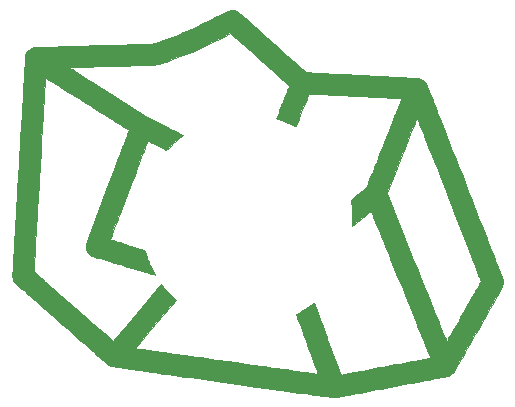
<source format=gbr>
G04 #@! TF.GenerationSoftware,KiCad,Pcbnew,5.1.5+dfsg1-2build2*
G04 #@! TF.CreationDate,2021-04-12T21:16:20-04:00*
G04 #@! TF.ProjectId,ore_tile,6f72655f-7469-46c6-952e-6b696361645f,rev?*
G04 #@! TF.SameCoordinates,Original*
G04 #@! TF.FileFunction,Legend,Top*
G04 #@! TF.FilePolarity,Positive*
%FSLAX46Y46*%
G04 Gerber Fmt 4.6, Leading zero omitted, Abs format (unit mm)*
G04 Created by KiCad (PCBNEW 5.1.5+dfsg1-2build2) date 2021-04-12 21:16:20*
%MOMM*%
%LPD*%
G04 APERTURE LIST*
%ADD10C,0.010000*%
G04 APERTURE END LIST*
D10*
G36*
X-1180840Y17812473D02*
G01*
X-1127374Y17807133D01*
X-1074208Y17799406D01*
X-1035516Y17793383D01*
X-999587Y17787012D01*
X-964667Y17778873D01*
X-929002Y17767544D01*
X-890840Y17751605D01*
X-848426Y17729633D01*
X-800007Y17700209D01*
X-743828Y17661911D01*
X-678137Y17613317D01*
X-601180Y17553008D01*
X-511203Y17479561D01*
X-406453Y17391556D01*
X-285175Y17287571D01*
X-145617Y17166186D01*
X13976Y17025979D01*
X195358Y16865530D01*
X400281Y16683417D01*
X630499Y16478218D01*
X887766Y16248514D01*
X1173837Y15992883D01*
X1356219Y15829877D01*
X1661541Y15557012D01*
X1964196Y15286557D01*
X2262431Y15020077D01*
X2554493Y14759137D01*
X2838628Y14505304D01*
X3113082Y14260144D01*
X3376102Y14025221D01*
X3625935Y13802103D01*
X3860827Y13592354D01*
X4079025Y13397541D01*
X4278774Y13219228D01*
X4458322Y13058983D01*
X4615915Y12918370D01*
X4749800Y12798956D01*
X4858222Y12702306D01*
X4939429Y12629986D01*
X4991666Y12583561D01*
X5005917Y12570952D01*
X5013411Y12566611D01*
X5027061Y12562268D01*
X5048493Y12557832D01*
X5079336Y12553209D01*
X5121217Y12548305D01*
X5175762Y12543027D01*
X5244601Y12537281D01*
X5329359Y12530976D01*
X5431664Y12524016D01*
X5553145Y12516309D01*
X5695427Y12507761D01*
X5860139Y12498280D01*
X6048908Y12487771D01*
X6263361Y12476142D01*
X6505126Y12463299D01*
X6775831Y12449149D01*
X7077101Y12433598D01*
X7410566Y12416553D01*
X7777852Y12397921D01*
X8180587Y12377608D01*
X8620398Y12355521D01*
X9098912Y12331568D01*
X9617758Y12305653D01*
X9726084Y12300248D01*
X10169956Y12278039D01*
X10603783Y12256208D01*
X11025576Y12234858D01*
X11433349Y12214095D01*
X11825114Y12194025D01*
X12198884Y12174751D01*
X12552670Y12156380D01*
X12884486Y12139016D01*
X13192344Y12122764D01*
X13474256Y12107729D01*
X13728235Y12094017D01*
X13952293Y12081732D01*
X14144444Y12070979D01*
X14302699Y12061863D01*
X14425071Y12054490D01*
X14509572Y12048964D01*
X14554215Y12045391D01*
X14558486Y12044878D01*
X14738866Y11999890D01*
X14905137Y11920706D01*
X15050215Y11811986D01*
X15167013Y11678393D01*
X15203402Y11620500D01*
X15215465Y11593104D01*
X15242245Y11527880D01*
X15283126Y11426410D01*
X15337488Y11290276D01*
X15404715Y11121062D01*
X15484186Y10920350D01*
X15575286Y10689722D01*
X15677395Y10430763D01*
X15789895Y10145053D01*
X15912168Y9834177D01*
X16043596Y9499717D01*
X16183561Y9143255D01*
X16331444Y8766374D01*
X16486628Y8370658D01*
X16648495Y7957688D01*
X16816425Y7529048D01*
X16989802Y7086320D01*
X17168007Y6631087D01*
X17350421Y6164932D01*
X17536428Y5689437D01*
X17725408Y5206185D01*
X17916743Y4716760D01*
X18109815Y4222743D01*
X18304007Y3725717D01*
X18498700Y3227266D01*
X18693275Y2728972D01*
X18887116Y2232417D01*
X19079603Y1739184D01*
X19270118Y1250857D01*
X19458043Y769018D01*
X19642761Y295249D01*
X19823653Y-168867D01*
X20000101Y-621746D01*
X20171486Y-1061807D01*
X20337191Y-1487466D01*
X20496598Y-1897141D01*
X20649088Y-2289249D01*
X20794043Y-2662207D01*
X20930845Y-3014432D01*
X21058876Y-3344342D01*
X21177518Y-3650355D01*
X21286153Y-3930886D01*
X21384162Y-4184355D01*
X21470927Y-4409176D01*
X21545831Y-4603770D01*
X21608254Y-4766551D01*
X21657580Y-4895938D01*
X21693189Y-4990348D01*
X21714464Y-5048198D01*
X21720754Y-5067116D01*
X21734435Y-5205738D01*
X21722978Y-5358818D01*
X21688284Y-5508243D01*
X21668837Y-5561687D01*
X21654161Y-5590428D01*
X21619738Y-5653740D01*
X21566813Y-5749431D01*
X21496630Y-5875311D01*
X21410436Y-6029188D01*
X21309476Y-6208871D01*
X21194994Y-6412169D01*
X21068236Y-6636891D01*
X20930447Y-6880845D01*
X20782871Y-7141840D01*
X20626755Y-7417686D01*
X20463343Y-7706191D01*
X20293881Y-8005163D01*
X20119613Y-8312413D01*
X19941785Y-8625747D01*
X19761642Y-8942976D01*
X19580429Y-9261909D01*
X19399391Y-9580353D01*
X19219773Y-9896118D01*
X19042821Y-10207013D01*
X18869779Y-10510846D01*
X18701893Y-10805427D01*
X18540408Y-11088563D01*
X18386570Y-11358065D01*
X18241622Y-11611741D01*
X18106810Y-11847399D01*
X17983381Y-12062849D01*
X17872577Y-12255899D01*
X17775646Y-12424358D01*
X17693831Y-12566036D01*
X17628378Y-12678740D01*
X17580533Y-12760279D01*
X17551540Y-12808464D01*
X17545150Y-12818425D01*
X17426022Y-12956203D01*
X17275860Y-13065663D01*
X17095669Y-13146152D01*
X16993863Y-13175514D01*
X16949519Y-13185152D01*
X16866671Y-13201976D01*
X16747603Y-13225555D01*
X16594598Y-13255458D01*
X16409938Y-13291256D01*
X16195907Y-13332518D01*
X15954788Y-13378813D01*
X15688863Y-13429712D01*
X15400415Y-13484784D01*
X15091729Y-13543598D01*
X14765086Y-13605724D01*
X14422769Y-13670732D01*
X14067063Y-13738191D01*
X13700249Y-13807672D01*
X13324611Y-13878742D01*
X12942431Y-13950974D01*
X12555994Y-14023934D01*
X12167581Y-14097195D01*
X11779475Y-14170324D01*
X11393961Y-14242892D01*
X11013321Y-14314469D01*
X10639837Y-14384623D01*
X10275793Y-14452925D01*
X9923472Y-14518944D01*
X9585157Y-14582250D01*
X9263131Y-14642412D01*
X8959677Y-14699001D01*
X8677077Y-14751585D01*
X8417616Y-14799734D01*
X8183576Y-14843018D01*
X7977239Y-14881007D01*
X7800890Y-14913270D01*
X7656810Y-14939377D01*
X7547284Y-14958897D01*
X7474593Y-14971400D01*
X7441022Y-14976456D01*
X7440084Y-14976526D01*
X7407208Y-14974538D01*
X7336083Y-14967020D01*
X7226503Y-14953946D01*
X7078259Y-14935286D01*
X6891146Y-14911012D01*
X6664957Y-14881096D01*
X6399484Y-14845510D01*
X6094523Y-14804224D01*
X5749865Y-14757212D01*
X5365304Y-14704444D01*
X4940633Y-14645892D01*
X4475645Y-14581528D01*
X3970135Y-14511324D01*
X3423895Y-14435250D01*
X2836718Y-14353280D01*
X2208398Y-14265384D01*
X1538728Y-14171534D01*
X827501Y-14071702D01*
X328084Y-14001517D01*
X-239086Y-13921779D01*
X-809154Y-13841639D01*
X-1379809Y-13761421D01*
X-1948741Y-13681450D01*
X-2513639Y-13602051D01*
X-3072195Y-13523548D01*
X-3622098Y-13446266D01*
X-4161036Y-13370529D01*
X-4686702Y-13296662D01*
X-5196783Y-13224990D01*
X-5688970Y-13155837D01*
X-6160953Y-13089528D01*
X-6610422Y-13026387D01*
X-7035066Y-12966739D01*
X-7432575Y-12910909D01*
X-7800639Y-12859221D01*
X-8136949Y-12811999D01*
X-8439193Y-12769569D01*
X-8705061Y-12732255D01*
X-8932244Y-12700381D01*
X-9011851Y-12689216D01*
X-9324710Y-12645199D01*
X-9627214Y-12602360D01*
X-9916559Y-12561112D01*
X-10189937Y-12521867D01*
X-10444544Y-12485037D01*
X-10677572Y-12451034D01*
X-10886216Y-12420269D01*
X-11067670Y-12393155D01*
X-11219128Y-12370104D01*
X-11337784Y-12351529D01*
X-11420832Y-12337840D01*
X-11465465Y-12329450D01*
X-11470344Y-12328213D01*
X-11543470Y-12299179D01*
X-11629474Y-12254609D01*
X-11697743Y-12212083D01*
X-11729077Y-12187466D01*
X-11790117Y-12136553D01*
X-11879189Y-12060816D01*
X-11994618Y-11961730D01*
X-12134730Y-11840766D01*
X-12297851Y-11699399D01*
X-12482305Y-11539102D01*
X-12686419Y-11361348D01*
X-12908517Y-11167610D01*
X-13146926Y-10959361D01*
X-13399970Y-10738075D01*
X-13665976Y-10505225D01*
X-13943268Y-10262284D01*
X-14230173Y-10010725D01*
X-14525015Y-9752023D01*
X-14826121Y-9487649D01*
X-15131816Y-9219077D01*
X-15440425Y-8947781D01*
X-15750273Y-8675233D01*
X-16059687Y-8402908D01*
X-16366992Y-8132277D01*
X-16670513Y-7864815D01*
X-16968576Y-7601995D01*
X-17259506Y-7345290D01*
X-17541629Y-7096172D01*
X-17813270Y-6856117D01*
X-18072754Y-6626596D01*
X-18318408Y-6409083D01*
X-18548557Y-6205051D01*
X-18761526Y-6015973D01*
X-18955641Y-5843323D01*
X-19129227Y-5688574D01*
X-19280610Y-5553200D01*
X-19408115Y-5438673D01*
X-19510068Y-5346466D01*
X-19584794Y-5278053D01*
X-19630619Y-5234908D01*
X-19645146Y-5219845D01*
X-19728581Y-5078108D01*
X-19785424Y-4914537D01*
X-19811021Y-4743500D01*
X-19812000Y-4704410D01*
X-19810761Y-4666519D01*
X-19807111Y-4588465D01*
X-19801147Y-4471901D01*
X-19792966Y-4318482D01*
X-19792414Y-4308364D01*
X-18017529Y-4308364D01*
X-17533639Y-4732550D01*
X-17465873Y-4791970D01*
X-17368252Y-4877589D01*
X-17242741Y-4987683D01*
X-17091304Y-5120530D01*
X-16915904Y-5274405D01*
X-16718508Y-5447586D01*
X-16501078Y-5638348D01*
X-16265579Y-5844969D01*
X-16013976Y-6065726D01*
X-15748233Y-6298893D01*
X-15470313Y-6542749D01*
X-15182182Y-6795570D01*
X-14885803Y-7055632D01*
X-14583142Y-7321212D01*
X-14276161Y-7590586D01*
X-14183524Y-7671876D01*
X-13883750Y-7934819D01*
X-13592374Y-8190180D01*
X-13310998Y-8436562D01*
X-13041228Y-8672568D01*
X-12784668Y-8896803D01*
X-12542920Y-9107869D01*
X-12317591Y-9304371D01*
X-12110284Y-9484912D01*
X-11922602Y-9648095D01*
X-11756151Y-9792524D01*
X-11612535Y-9916803D01*
X-11493356Y-10019536D01*
X-11400221Y-10099325D01*
X-11334732Y-10154775D01*
X-11298495Y-10184489D01*
X-11291496Y-10189383D01*
X-11275023Y-10173835D01*
X-11232645Y-10127819D01*
X-11165893Y-10053105D01*
X-11076299Y-9951463D01*
X-10965394Y-9824664D01*
X-10834712Y-9674478D01*
X-10685782Y-9502675D01*
X-10520138Y-9311024D01*
X-10339310Y-9101297D01*
X-10144831Y-8875263D01*
X-9938233Y-8634693D01*
X-9721047Y-8381357D01*
X-9494805Y-8117024D01*
X-9261038Y-7843466D01*
X-9225987Y-7802410D01*
X-7186280Y-5413070D01*
X-7119379Y-5495244D01*
X-6959613Y-5689880D01*
X-6819109Y-5857251D01*
X-6691895Y-6004083D01*
X-6571999Y-6137100D01*
X-6453448Y-6263029D01*
X-6330272Y-6388595D01*
X-6294267Y-6424479D01*
X-5973905Y-6742375D01*
X-7716869Y-8784563D01*
X-7976070Y-9088384D01*
X-8208943Y-9361631D01*
X-8416753Y-9605834D01*
X-8600767Y-9822520D01*
X-8762250Y-10013220D01*
X-8902469Y-10179463D01*
X-9022690Y-10322778D01*
X-9124179Y-10444694D01*
X-9208203Y-10546741D01*
X-9276026Y-10630447D01*
X-9328916Y-10697343D01*
X-9368138Y-10748958D01*
X-9394958Y-10786820D01*
X-9410644Y-10812460D01*
X-9416460Y-10827405D01*
X-9413672Y-10833187D01*
X-9413041Y-10833310D01*
X-9387477Y-10836888D01*
X-9322112Y-10846033D01*
X-9219072Y-10860447D01*
X-9080483Y-10879835D01*
X-8908469Y-10903898D01*
X-8705155Y-10932339D01*
X-8472666Y-10964861D01*
X-8213129Y-11001167D01*
X-7928667Y-11040959D01*
X-7621405Y-11083941D01*
X-7293470Y-11129814D01*
X-6946986Y-11178282D01*
X-6584078Y-11229046D01*
X-6206871Y-11281811D01*
X-5817490Y-11336279D01*
X-5588000Y-11368381D01*
X-5162999Y-11427835D01*
X-4731528Y-11488201D01*
X-4297088Y-11548990D01*
X-3863180Y-11609711D01*
X-3433305Y-11669873D01*
X-3010965Y-11728988D01*
X-2599662Y-11786564D01*
X-2202896Y-11842111D01*
X-1824170Y-11895140D01*
X-1466983Y-11945160D01*
X-1134839Y-11991680D01*
X-831237Y-12034211D01*
X-559680Y-12072262D01*
X-323669Y-12105344D01*
X-158750Y-12128470D01*
X107073Y-12165757D01*
X408760Y-12208075D01*
X740253Y-12254574D01*
X1095493Y-12304406D01*
X1468421Y-12356719D01*
X1852979Y-12410664D01*
X2243109Y-12465392D01*
X2632751Y-12520051D01*
X3015847Y-12573793D01*
X3386338Y-12625768D01*
X3738167Y-12675124D01*
X3765180Y-12678914D01*
X4070193Y-12721632D01*
X4363309Y-12762542D01*
X4641821Y-12801274D01*
X4903024Y-12837460D01*
X5144212Y-12870727D01*
X5362681Y-12900708D01*
X5555723Y-12927030D01*
X5720633Y-12949325D01*
X5854707Y-12967222D01*
X5955237Y-12980351D01*
X6019519Y-12988342D01*
X6044847Y-12990825D01*
X6045129Y-12990760D01*
X6038854Y-12970403D01*
X6018829Y-12912691D01*
X5985918Y-12820000D01*
X5940984Y-12694706D01*
X5884888Y-12539185D01*
X5818494Y-12355815D01*
X5742665Y-12146971D01*
X5658264Y-11915029D01*
X5566153Y-11662366D01*
X5467195Y-11391357D01*
X5362254Y-11104381D01*
X5252192Y-10803811D01*
X5137871Y-10492026D01*
X5132173Y-10476496D01*
X5017592Y-10164124D01*
X4907137Y-9862804D01*
X4801677Y-9574918D01*
X4702081Y-9302846D01*
X4609218Y-9048970D01*
X4523959Y-8815672D01*
X4447171Y-8605331D01*
X4379725Y-8420331D01*
X4322490Y-8263052D01*
X4276334Y-8135875D01*
X4242128Y-8041181D01*
X4220740Y-7981353D01*
X4213041Y-7958771D01*
X4213030Y-7958667D01*
X4230770Y-7945044D01*
X4278779Y-7915157D01*
X4350212Y-7873102D01*
X4438223Y-7822978D01*
X4460520Y-7810500D01*
X4830094Y-7590204D01*
X5204755Y-7339603D01*
X5465654Y-7148812D01*
X5557055Y-7080738D01*
X5636172Y-7024162D01*
X5697199Y-6983048D01*
X5734333Y-6961356D01*
X5742897Y-6959531D01*
X5750964Y-6980753D01*
X5772798Y-7039563D01*
X5807605Y-7133800D01*
X5854592Y-7261301D01*
X5912963Y-7419905D01*
X5981925Y-7607449D01*
X6060683Y-7821772D01*
X6148444Y-8060712D01*
X6244413Y-8322107D01*
X6347796Y-8603795D01*
X6457798Y-8903615D01*
X6573627Y-9219403D01*
X6694487Y-9548999D01*
X6819585Y-9890241D01*
X6868859Y-10024674D01*
X7986814Y-13074932D01*
X8062699Y-13058559D01*
X8091221Y-13052949D01*
X8159199Y-13039875D01*
X8264491Y-13019746D01*
X8404957Y-12992966D01*
X8578456Y-12959942D01*
X8782848Y-12921080D01*
X9015993Y-12876788D01*
X9275749Y-12827471D01*
X9559976Y-12773536D01*
X9866534Y-12715388D01*
X10193281Y-12653435D01*
X10538079Y-12588082D01*
X10898785Y-12519737D01*
X11273259Y-12448804D01*
X11659362Y-12375692D01*
X11853334Y-12338969D01*
X12243202Y-12265143D01*
X12621809Y-12193404D01*
X12987066Y-12124150D01*
X13336884Y-12057779D01*
X13669175Y-11994689D01*
X13981850Y-11935278D01*
X14272822Y-11879942D01*
X14540001Y-11829081D01*
X14781299Y-11783090D01*
X14994627Y-11742369D01*
X15177898Y-11707315D01*
X15329023Y-11678325D01*
X15445913Y-11655797D01*
X15526480Y-11640129D01*
X15568635Y-11631719D01*
X15574686Y-11630343D01*
X15567437Y-11610519D01*
X15544946Y-11553138D01*
X15507887Y-11459868D01*
X15456935Y-11332379D01*
X15392763Y-11172342D01*
X15316044Y-10981426D01*
X15227453Y-10761301D01*
X15127663Y-10513636D01*
X15017349Y-10240101D01*
X14897182Y-9942367D01*
X14767839Y-9622102D01*
X14629992Y-9280977D01*
X14484314Y-8920661D01*
X14331481Y-8542825D01*
X14172165Y-8149137D01*
X14007040Y-7741268D01*
X13836780Y-7320887D01*
X13662059Y-6889665D01*
X13609377Y-6759675D01*
X13425610Y-6306264D01*
X13241916Y-5853022D01*
X13059243Y-5402282D01*
X12878534Y-4956379D01*
X12700737Y-4517649D01*
X12526798Y-4088425D01*
X12357662Y-3671043D01*
X12194276Y-3267837D01*
X12037585Y-2881142D01*
X11888536Y-2513293D01*
X11748074Y-2166624D01*
X11617147Y-1843470D01*
X11496699Y-1546166D01*
X11387676Y-1277046D01*
X11291025Y-1038446D01*
X11207693Y-832699D01*
X11138623Y-662141D01*
X11097641Y-560917D01*
X11006310Y-335585D01*
X10919443Y-121806D01*
X10838369Y77185D01*
X10764415Y258153D01*
X10698910Y417865D01*
X10643182Y553084D01*
X10598559Y660578D01*
X10566370Y737111D01*
X10547943Y779448D01*
X10544117Y787029D01*
X10525554Y776904D01*
X10477680Y742272D01*
X10403734Y685695D01*
X10306951Y609736D01*
X10190571Y516956D01*
X10057830Y409920D01*
X9911964Y291187D01*
X9757834Y164658D01*
X8985250Y-472157D01*
X8972113Y192546D01*
X8963793Y496274D01*
X8951199Y765279D01*
X8933697Y1007017D01*
X8910650Y1228943D01*
X8881423Y1438512D01*
X8850835Y1614670D01*
X8831700Y1715923D01*
X9490558Y2258367D01*
X9512609Y2276521D01*
X11872037Y2276521D01*
X13781367Y-2433615D01*
X13963856Y-2883814D01*
X14147139Y-3336012D01*
X14330196Y-3787685D01*
X14512003Y-4236308D01*
X14691537Y-4679357D01*
X14867777Y-5114307D01*
X15039700Y-5538636D01*
X15206284Y-5949817D01*
X15366504Y-6345328D01*
X15519340Y-6722644D01*
X15663769Y-7079241D01*
X15798768Y-7412594D01*
X15923314Y-7720179D01*
X16036385Y-7999472D01*
X16136958Y-8247949D01*
X16224012Y-8463085D01*
X16296522Y-8642357D01*
X16317307Y-8693765D01*
X16415627Y-8936656D01*
X16509471Y-9167870D01*
X16597623Y-9384448D01*
X16678866Y-9583430D01*
X16751984Y-9761857D01*
X16815761Y-9916770D01*
X16868981Y-10045209D01*
X16910427Y-10144216D01*
X16938883Y-10210830D01*
X16953133Y-10242092D01*
X16954500Y-10244146D01*
X16966042Y-10226140D01*
X16997308Y-10173431D01*
X17047095Y-10088115D01*
X17114200Y-9972289D01*
X17197420Y-9828048D01*
X17295552Y-9657489D01*
X17407394Y-9462707D01*
X17531741Y-9245800D01*
X17667392Y-9008863D01*
X17813144Y-8753993D01*
X17967793Y-8483285D01*
X18130136Y-8198836D01*
X18298971Y-7902741D01*
X18411934Y-7704487D01*
X18640184Y-7303423D01*
X18847511Y-6938367D01*
X19034248Y-6608718D01*
X19200728Y-6313876D01*
X19347287Y-6053240D01*
X19474259Y-5826209D01*
X19581976Y-5632183D01*
X19670774Y-5470561D01*
X19740987Y-5340742D01*
X19792948Y-5242125D01*
X19826992Y-5174110D01*
X19843453Y-5136096D01*
X19845062Y-5127523D01*
X19831378Y-5091706D01*
X19803212Y-5018884D01*
X19761237Y-4910779D01*
X19706126Y-4769110D01*
X19638551Y-4595599D01*
X19559186Y-4391967D01*
X19468702Y-4159934D01*
X19367774Y-3901222D01*
X19257073Y-3617551D01*
X19137273Y-3310642D01*
X19009046Y-2982215D01*
X18873065Y-2633993D01*
X18730003Y-2267696D01*
X18580532Y-1885044D01*
X18425326Y-1487759D01*
X18265058Y-1077560D01*
X18100399Y-656171D01*
X17932023Y-225310D01*
X17760603Y213301D01*
X17586812Y657941D01*
X17411321Y1106889D01*
X17234805Y1558424D01*
X17057935Y2010826D01*
X16881386Y2462374D01*
X16705828Y2911346D01*
X16531936Y3356023D01*
X16360382Y3794682D01*
X16191839Y4225604D01*
X16026979Y4647067D01*
X15866476Y5057350D01*
X15711002Y5454733D01*
X15561231Y5837494D01*
X15417834Y6203913D01*
X15281484Y6552269D01*
X15152855Y6880842D01*
X15032620Y7187909D01*
X14921450Y7471751D01*
X14820019Y7730646D01*
X14729000Y7962873D01*
X14649065Y8166712D01*
X14580888Y8340442D01*
X14525140Y8482342D01*
X14482495Y8590691D01*
X14453626Y8663769D01*
X14439205Y8699853D01*
X14437620Y8703562D01*
X14428589Y8685842D01*
X14404827Y8630799D01*
X14367156Y8540479D01*
X14316401Y8416931D01*
X14253386Y8262203D01*
X14178932Y8078343D01*
X14093865Y7867400D01*
X13999007Y7631420D01*
X13895181Y7372452D01*
X13783211Y7092545D01*
X13663921Y6793745D01*
X13538134Y6478102D01*
X13406673Y6147662D01*
X13270362Y5804475D01*
X13148560Y5497364D01*
X11872037Y2276521D01*
X9512609Y2276521D01*
X9634050Y2376497D01*
X9767133Y2486043D01*
X9886310Y2584126D01*
X9988084Y2667871D01*
X10068959Y2734398D01*
X10125436Y2780832D01*
X10154020Y2804295D01*
X10156824Y2806576D01*
X10165510Y2826686D01*
X10188802Y2883792D01*
X10225782Y2975571D01*
X10275527Y3099698D01*
X10337119Y3253849D01*
X10409636Y3435701D01*
X10492158Y3642930D01*
X10583766Y3873212D01*
X10683539Y4124222D01*
X10790556Y4393638D01*
X10903897Y4679135D01*
X11022643Y4978389D01*
X11145872Y5289077D01*
X11272665Y5608874D01*
X11402101Y5935457D01*
X11533260Y6266502D01*
X11665221Y6599684D01*
X11797065Y6932681D01*
X11927871Y7263168D01*
X12056719Y7588821D01*
X12182689Y7907317D01*
X12304859Y8216331D01*
X12422311Y8513540D01*
X12534124Y8796619D01*
X12639377Y9063245D01*
X12737150Y9311095D01*
X12826523Y9537843D01*
X12906576Y9741167D01*
X12976388Y9918742D01*
X13035039Y10068245D01*
X13081609Y10187351D01*
X13115178Y10273737D01*
X13134825Y10325079D01*
X13139891Y10339431D01*
X13118056Y10341264D01*
X13056500Y10345015D01*
X12957760Y10350556D01*
X12824373Y10357764D01*
X12658873Y10366512D01*
X12463798Y10376676D01*
X12241682Y10388129D01*
X11995062Y10400747D01*
X11726474Y10414404D01*
X11438455Y10428974D01*
X11133539Y10444334D01*
X10814263Y10460356D01*
X10483164Y10476916D01*
X10142776Y10493889D01*
X9795636Y10511148D01*
X9444281Y10528569D01*
X9091245Y10546027D01*
X8739066Y10563396D01*
X8390278Y10580550D01*
X8047419Y10597365D01*
X7713024Y10613715D01*
X7389629Y10629474D01*
X7079769Y10644517D01*
X6785982Y10658720D01*
X6510804Y10671956D01*
X6256769Y10684100D01*
X6026414Y10695027D01*
X5822275Y10704612D01*
X5646889Y10712729D01*
X5502790Y10719252D01*
X5392516Y10724057D01*
X5318602Y10727018D01*
X5283584Y10728010D01*
X5280993Y10727881D01*
X5272009Y10707204D01*
X5248910Y10650330D01*
X5212976Y10560500D01*
X5165487Y10440951D01*
X5107724Y10294923D01*
X5040966Y10125655D01*
X4966494Y9936385D01*
X4885586Y9730353D01*
X4799525Y9510798D01*
X4750891Y9386560D01*
X4662157Y9159778D01*
X4577646Y8943798D01*
X4498675Y8741979D01*
X4426558Y8557683D01*
X4362610Y8394271D01*
X4308147Y8255104D01*
X4264483Y8143541D01*
X4232935Y8062946D01*
X4214817Y8016677D01*
X4211152Y8007328D01*
X4202810Y7990052D01*
X4190137Y7981115D01*
X4167070Y7982298D01*
X4127543Y7995382D01*
X4065492Y8022149D01*
X3974854Y8064378D01*
X3906515Y8096791D01*
X3740630Y8172977D01*
X3556605Y8252997D01*
X3364211Y8332942D01*
X3173222Y8408903D01*
X2993407Y8476973D01*
X2834541Y8533241D01*
X2735427Y8565223D01*
X2641526Y8595360D01*
X2583237Y8618720D01*
X2554934Y8638100D01*
X2550992Y8656294D01*
X2551182Y8656825D01*
X2560715Y8681494D01*
X2584378Y8742314D01*
X2620892Y8836007D01*
X2668978Y8959294D01*
X2727355Y9108897D01*
X2794745Y9281538D01*
X2869868Y9473938D01*
X2951445Y9682820D01*
X3038196Y9904905D01*
X3094551Y10049149D01*
X3183394Y10276940D01*
X3267341Y10492963D01*
X3345171Y10694023D01*
X3415660Y10876924D01*
X3477586Y11038470D01*
X3529727Y11175465D01*
X3570859Y11284714D01*
X3599762Y11363022D01*
X3615211Y11407192D01*
X3617463Y11416081D01*
X3600074Y11431406D01*
X3553289Y11473002D01*
X3479280Y11538931D01*
X3380214Y11627257D01*
X3258263Y11736040D01*
X3115596Y11863344D01*
X2954383Y12007229D01*
X2776794Y12165760D01*
X2584998Y12336998D01*
X2381166Y12519004D01*
X2167467Y12709842D01*
X1946071Y12907573D01*
X1719148Y13110261D01*
X1488867Y13315966D01*
X1257400Y13522751D01*
X1026915Y13728679D01*
X799582Y13931812D01*
X577571Y14130211D01*
X363052Y14321940D01*
X158195Y14505059D01*
X-34830Y14677633D01*
X-148166Y14778978D01*
X-1344083Y15848439D01*
X-1909802Y15565555D01*
X-2481714Y15283139D01*
X-3042158Y15013467D01*
X-3588839Y14757503D01*
X-4119468Y14516212D01*
X-4631750Y14290560D01*
X-5123393Y14081511D01*
X-5592106Y13890031D01*
X-6035595Y13717084D01*
X-6451568Y13563636D01*
X-6837733Y13430651D01*
X-7191797Y13319095D01*
X-7364939Y13269186D01*
X-7404782Y13257809D01*
X-7439917Y13247411D01*
X-7472217Y13237904D01*
X-7503557Y13229198D01*
X-7535810Y13221204D01*
X-7570851Y13213832D01*
X-7610553Y13206994D01*
X-7656791Y13200599D01*
X-7711438Y13194559D01*
X-7776368Y13188784D01*
X-7853457Y13183184D01*
X-7944576Y13177671D01*
X-8051601Y13172155D01*
X-8176405Y13166546D01*
X-8320863Y13160756D01*
X-8486848Y13154694D01*
X-8676235Y13148272D01*
X-8890897Y13141400D01*
X-9132709Y13133989D01*
X-9403544Y13125949D01*
X-9705276Y13117192D01*
X-10039780Y13107627D01*
X-10408929Y13097165D01*
X-10814597Y13085718D01*
X-11258659Y13073194D01*
X-11742988Y13059507D01*
X-11789833Y13058180D01*
X-12153723Y13047793D01*
X-12506078Y13037578D01*
X-12844575Y13027611D01*
X-13166892Y13017964D01*
X-13470704Y13008714D01*
X-13753688Y12999935D01*
X-14013521Y12991702D01*
X-14247879Y12984089D01*
X-14454439Y12977172D01*
X-14630878Y12971024D01*
X-14774871Y12965721D01*
X-14884096Y12961338D01*
X-14956229Y12957948D01*
X-14988946Y12955628D01*
X-14990693Y12955225D01*
X-14974651Y12942831D01*
X-14924507Y12909048D01*
X-14842013Y12854991D01*
X-14728925Y12781776D01*
X-14586994Y12690517D01*
X-14417976Y12582330D01*
X-14223624Y12458330D01*
X-14005692Y12319632D01*
X-13765933Y12167352D01*
X-13506101Y12002604D01*
X-13227950Y11826503D01*
X-12933233Y11640165D01*
X-12623705Y11444705D01*
X-12301119Y11241238D01*
X-11967228Y11030879D01*
X-11688693Y10855571D01*
X-8371416Y8768647D01*
X-6889750Y8001576D01*
X-6656832Y7880901D01*
X-6434726Y7765651D01*
X-6226313Y7657331D01*
X-6034475Y7557447D01*
X-5862093Y7467505D01*
X-5712050Y7389012D01*
X-5587228Y7323473D01*
X-5490507Y7272394D01*
X-5424770Y7237282D01*
X-5392899Y7219643D01*
X-5390374Y7217985D01*
X-5399163Y7199437D01*
X-5435899Y7160637D01*
X-5494886Y7107032D01*
X-5570432Y7044070D01*
X-5580874Y7035719D01*
X-5786387Y6867773D01*
X-5979161Y6700441D01*
X-6170204Y6523714D01*
X-6370523Y6327580D01*
X-6467412Y6229519D01*
X-6764741Y5925962D01*
X-7564229Y6341150D01*
X-7733695Y6428878D01*
X-7891285Y6509923D01*
X-8033101Y6582317D01*
X-8155245Y6644097D01*
X-8253816Y6693296D01*
X-8324918Y6727948D01*
X-8364650Y6746089D01*
X-8371779Y6748276D01*
X-8380065Y6727904D01*
X-8402471Y6670163D01*
X-8438154Y6577283D01*
X-8486266Y6451495D01*
X-8545965Y6295029D01*
X-8616406Y6110117D01*
X-8696742Y5898988D01*
X-8786130Y5663874D01*
X-8883725Y5407005D01*
X-8988681Y5130611D01*
X-9100155Y4836923D01*
X-9217301Y4528172D01*
X-9339274Y4206589D01*
X-9465229Y3874403D01*
X-9594322Y3533846D01*
X-9725708Y3187148D01*
X-9858542Y2836540D01*
X-9991980Y2484252D01*
X-10125175Y2132515D01*
X-10257284Y1783559D01*
X-10387461Y1439616D01*
X-10514863Y1102915D01*
X-10638643Y775688D01*
X-10757957Y460164D01*
X-10871961Y158575D01*
X-10979809Y-126849D01*
X-11080656Y-393877D01*
X-11173659Y-640279D01*
X-11257971Y-863824D01*
X-11332748Y-1062281D01*
X-11397146Y-1233420D01*
X-11450318Y-1375011D01*
X-11491422Y-1484822D01*
X-11519611Y-1560624D01*
X-11534041Y-1600185D01*
X-11535833Y-1605666D01*
X-11516054Y-1613929D01*
X-11458866Y-1633082D01*
X-11367495Y-1662142D01*
X-11245167Y-1700127D01*
X-11095108Y-1746052D01*
X-10920543Y-1798936D01*
X-10724699Y-1857795D01*
X-10510801Y-1921646D01*
X-10282076Y-1989507D01*
X-10091208Y-2045839D01*
X-8646583Y-2471222D01*
X-8528099Y-2817820D01*
X-8480825Y-2953391D01*
X-8429785Y-3095211D01*
X-8379899Y-3229892D01*
X-8336088Y-3344044D01*
X-8319048Y-3386667D01*
X-8267464Y-3507738D01*
X-8201703Y-3653802D01*
X-8126621Y-3814779D01*
X-8047076Y-3980593D01*
X-7967924Y-4141165D01*
X-7894022Y-4286417D01*
X-7830226Y-4406273D01*
X-7811553Y-4439709D01*
X-7774090Y-4509296D01*
X-7749411Y-4562415D01*
X-7741252Y-4590684D01*
X-7743212Y-4593167D01*
X-7765466Y-4587302D01*
X-7825912Y-4570178D01*
X-7922137Y-4542500D01*
X-8051725Y-4504973D01*
X-8212261Y-4458303D01*
X-8401331Y-4403195D01*
X-8616520Y-4340354D01*
X-8855412Y-4270485D01*
X-9115595Y-4194294D01*
X-9394652Y-4112486D01*
X-9690168Y-4025766D01*
X-9999730Y-3934840D01*
X-10320922Y-3840413D01*
X-10384472Y-3821720D01*
X-10799484Y-3699414D01*
X-11184045Y-3585629D01*
X-11537191Y-3480657D01*
X-11857959Y-3384793D01*
X-12145386Y-3298329D01*
X-12398507Y-3221558D01*
X-12616359Y-3154774D01*
X-12797978Y-3098270D01*
X-12942402Y-3052338D01*
X-13048667Y-3017272D01*
X-13115809Y-2993365D01*
X-13137779Y-2984068D01*
X-13285452Y-2886510D01*
X-13413827Y-2755349D01*
X-13516597Y-2597276D01*
X-13532168Y-2565894D01*
X-13562849Y-2498027D01*
X-13582402Y-2442005D01*
X-13593221Y-2384603D01*
X-13597698Y-2312597D01*
X-13598229Y-2212761D01*
X-13598161Y-2201334D01*
X-13596739Y-1979084D01*
X-11771123Y2833157D01*
X-11606659Y3266772D01*
X-11446229Y3689937D01*
X-11290477Y4100949D01*
X-11140044Y4498107D01*
X-10995572Y4879709D01*
X-10857705Y5244054D01*
X-10727085Y5589440D01*
X-10604353Y5914167D01*
X-10490152Y6216532D01*
X-10385126Y6494834D01*
X-10289915Y6747371D01*
X-10205162Y6972442D01*
X-10131510Y7168346D01*
X-10069601Y7333381D01*
X-10020078Y7465845D01*
X-9983582Y7564038D01*
X-9960757Y7626257D01*
X-9952243Y7650801D01*
X-9952212Y7651132D01*
X-9971474Y7663615D01*
X-10024469Y7697282D01*
X-10109106Y7750818D01*
X-10223296Y7822911D01*
X-10364950Y7912245D01*
X-10531978Y8017508D01*
X-10722289Y8137387D01*
X-10933795Y8270566D01*
X-11164406Y8415734D01*
X-11412032Y8571575D01*
X-11674584Y8736777D01*
X-11949972Y8910026D01*
X-12236106Y9090008D01*
X-12530897Y9275409D01*
X-12832255Y9464917D01*
X-13138090Y9657216D01*
X-13446313Y9850995D01*
X-13754835Y10044938D01*
X-14061565Y10237732D01*
X-14364413Y10428064D01*
X-14661291Y10614621D01*
X-14950109Y10796087D01*
X-15228776Y10971150D01*
X-15495204Y11138497D01*
X-15747303Y11296813D01*
X-15982983Y11444784D01*
X-16200154Y11581098D01*
X-16396727Y11704440D01*
X-16570612Y11813498D01*
X-16719719Y11906956D01*
X-16841960Y11983502D01*
X-16935244Y12041822D01*
X-16997481Y12080602D01*
X-17026583Y12098529D01*
X-17028524Y12099639D01*
X-17031734Y12079348D01*
X-17037294Y12017187D01*
X-17045180Y11913554D01*
X-17055369Y11768847D01*
X-17067835Y11583463D01*
X-17082555Y11357799D01*
X-17099505Y11092252D01*
X-17118659Y10787221D01*
X-17139994Y10443102D01*
X-17163486Y10060292D01*
X-17189110Y9639189D01*
X-17216842Y9180191D01*
X-17246658Y8683695D01*
X-17278534Y8150097D01*
X-17312445Y7579796D01*
X-17348367Y6973190D01*
X-17386276Y6330674D01*
X-17426147Y5652647D01*
X-17467957Y4939506D01*
X-17511680Y4191648D01*
X-17522516Y4006008D01*
X-17556594Y3422248D01*
X-17590093Y2848821D01*
X-17622927Y2287197D01*
X-17655010Y1738846D01*
X-17686255Y1205239D01*
X-17716575Y687846D01*
X-17745883Y188136D01*
X-17774093Y-292420D01*
X-17801119Y-752351D01*
X-17826873Y-1190188D01*
X-17851269Y-1604460D01*
X-17874220Y-1993698D01*
X-17895640Y-2356430D01*
X-17915441Y-2691188D01*
X-17933538Y-2996500D01*
X-17949843Y-3270897D01*
X-17964270Y-3512908D01*
X-17976732Y-3721064D01*
X-17987142Y-3893893D01*
X-17995415Y-4029926D01*
X-18001462Y-4127693D01*
X-18005198Y-4185723D01*
X-18006406Y-4202057D01*
X-18017529Y-4308364D01*
X-19792414Y-4308364D01*
X-19782666Y-4129863D01*
X-19770346Y-3907699D01*
X-19756102Y-3653643D01*
X-19740033Y-3369351D01*
X-19722235Y-3056476D01*
X-19702808Y-2716674D01*
X-19681848Y-2351599D01*
X-19659453Y-1962906D01*
X-19635721Y-1552249D01*
X-19610750Y-1121283D01*
X-19584637Y-671661D01*
X-19557480Y-205040D01*
X-19529377Y276927D01*
X-19500425Y772585D01*
X-19470722Y1280280D01*
X-19440366Y1798357D01*
X-19409455Y2325161D01*
X-19378086Y2859038D01*
X-19346357Y3398333D01*
X-19314365Y3941392D01*
X-19282209Y4486560D01*
X-19249986Y5032183D01*
X-19217794Y5576607D01*
X-19185730Y6118175D01*
X-19153892Y6655235D01*
X-19122378Y7186132D01*
X-19091286Y7709210D01*
X-19060713Y8222815D01*
X-19030757Y8725294D01*
X-19001515Y9214990D01*
X-18973086Y9690251D01*
X-18945567Y10149420D01*
X-18919056Y10590845D01*
X-18893650Y11012869D01*
X-18869447Y11413839D01*
X-18846546Y11792100D01*
X-18825042Y12145997D01*
X-18805036Y12473876D01*
X-18786623Y12774082D01*
X-18769902Y13044961D01*
X-18754970Y13284859D01*
X-18741925Y13492120D01*
X-18730865Y13665090D01*
X-18721888Y13802115D01*
X-18715091Y13901539D01*
X-18710571Y13961709D01*
X-18708637Y13980583D01*
X-18647662Y14155410D01*
X-18551870Y14311864D01*
X-18426494Y14445084D01*
X-18276767Y14550211D01*
X-18107922Y14622384D01*
X-17988215Y14649657D01*
X-17957259Y14651783D01*
X-17886221Y14655036D01*
X-17777338Y14659347D01*
X-17632844Y14664650D01*
X-17454975Y14670877D01*
X-17245965Y14677961D01*
X-17008051Y14685834D01*
X-16743468Y14694430D01*
X-16454450Y14703682D01*
X-16143233Y14713521D01*
X-15812052Y14723881D01*
X-15463144Y14734694D01*
X-15098742Y14745894D01*
X-14721082Y14757412D01*
X-14332400Y14769182D01*
X-13934931Y14781136D01*
X-13530910Y14793208D01*
X-13122572Y14805329D01*
X-12712153Y14817432D01*
X-12301888Y14829451D01*
X-11894012Y14841319D01*
X-11490761Y14852966D01*
X-11094370Y14864328D01*
X-10707073Y14875335D01*
X-10331107Y14885922D01*
X-9968707Y14896020D01*
X-9622108Y14905563D01*
X-9293545Y14914483D01*
X-8985253Y14922713D01*
X-8699469Y14930185D01*
X-8477250Y14935857D01*
X-8319869Y14940025D01*
X-8196777Y14944216D01*
X-8099939Y14949355D01*
X-8021319Y14956367D01*
X-7952884Y14966177D01*
X-7886597Y14979709D01*
X-7814425Y14997888D01*
X-7728331Y15021639D01*
X-7725833Y15022339D01*
X-7413109Y15116705D01*
X-7065539Y15234081D01*
X-6683662Y15374236D01*
X-6268014Y15536939D01*
X-5819133Y15721959D01*
X-5337558Y15929064D01*
X-4823824Y16158024D01*
X-4278471Y16408607D01*
X-3702034Y16680582D01*
X-3095053Y16973719D01*
X-2465916Y17283877D01*
X-2231082Y17400583D01*
X-2030519Y17499605D01*
X-1860673Y17582262D01*
X-1717986Y17649872D01*
X-1598900Y17703750D01*
X-1499860Y17745217D01*
X-1417307Y17775588D01*
X-1347686Y17796181D01*
X-1287439Y17808315D01*
X-1233009Y17813306D01*
X-1180840Y17812473D01*
G37*
X-1180840Y17812473D02*
X-1127374Y17807133D01*
X-1074208Y17799406D01*
X-1035516Y17793383D01*
X-999587Y17787012D01*
X-964667Y17778873D01*
X-929002Y17767544D01*
X-890840Y17751605D01*
X-848426Y17729633D01*
X-800007Y17700209D01*
X-743828Y17661911D01*
X-678137Y17613317D01*
X-601180Y17553008D01*
X-511203Y17479561D01*
X-406453Y17391556D01*
X-285175Y17287571D01*
X-145617Y17166186D01*
X13976Y17025979D01*
X195358Y16865530D01*
X400281Y16683417D01*
X630499Y16478218D01*
X887766Y16248514D01*
X1173837Y15992883D01*
X1356219Y15829877D01*
X1661541Y15557012D01*
X1964196Y15286557D01*
X2262431Y15020077D01*
X2554493Y14759137D01*
X2838628Y14505304D01*
X3113082Y14260144D01*
X3376102Y14025221D01*
X3625935Y13802103D01*
X3860827Y13592354D01*
X4079025Y13397541D01*
X4278774Y13219228D01*
X4458322Y13058983D01*
X4615915Y12918370D01*
X4749800Y12798956D01*
X4858222Y12702306D01*
X4939429Y12629986D01*
X4991666Y12583561D01*
X5005917Y12570952D01*
X5013411Y12566611D01*
X5027061Y12562268D01*
X5048493Y12557832D01*
X5079336Y12553209D01*
X5121217Y12548305D01*
X5175762Y12543027D01*
X5244601Y12537281D01*
X5329359Y12530976D01*
X5431664Y12524016D01*
X5553145Y12516309D01*
X5695427Y12507761D01*
X5860139Y12498280D01*
X6048908Y12487771D01*
X6263361Y12476142D01*
X6505126Y12463299D01*
X6775831Y12449149D01*
X7077101Y12433598D01*
X7410566Y12416553D01*
X7777852Y12397921D01*
X8180587Y12377608D01*
X8620398Y12355521D01*
X9098912Y12331568D01*
X9617758Y12305653D01*
X9726084Y12300248D01*
X10169956Y12278039D01*
X10603783Y12256208D01*
X11025576Y12234858D01*
X11433349Y12214095D01*
X11825114Y12194025D01*
X12198884Y12174751D01*
X12552670Y12156380D01*
X12884486Y12139016D01*
X13192344Y12122764D01*
X13474256Y12107729D01*
X13728235Y12094017D01*
X13952293Y12081732D01*
X14144444Y12070979D01*
X14302699Y12061863D01*
X14425071Y12054490D01*
X14509572Y12048964D01*
X14554215Y12045391D01*
X14558486Y12044878D01*
X14738866Y11999890D01*
X14905137Y11920706D01*
X15050215Y11811986D01*
X15167013Y11678393D01*
X15203402Y11620500D01*
X15215465Y11593104D01*
X15242245Y11527880D01*
X15283126Y11426410D01*
X15337488Y11290276D01*
X15404715Y11121062D01*
X15484186Y10920350D01*
X15575286Y10689722D01*
X15677395Y10430763D01*
X15789895Y10145053D01*
X15912168Y9834177D01*
X16043596Y9499717D01*
X16183561Y9143255D01*
X16331444Y8766374D01*
X16486628Y8370658D01*
X16648495Y7957688D01*
X16816425Y7529048D01*
X16989802Y7086320D01*
X17168007Y6631087D01*
X17350421Y6164932D01*
X17536428Y5689437D01*
X17725408Y5206185D01*
X17916743Y4716760D01*
X18109815Y4222743D01*
X18304007Y3725717D01*
X18498700Y3227266D01*
X18693275Y2728972D01*
X18887116Y2232417D01*
X19079603Y1739184D01*
X19270118Y1250857D01*
X19458043Y769018D01*
X19642761Y295249D01*
X19823653Y-168867D01*
X20000101Y-621746D01*
X20171486Y-1061807D01*
X20337191Y-1487466D01*
X20496598Y-1897141D01*
X20649088Y-2289249D01*
X20794043Y-2662207D01*
X20930845Y-3014432D01*
X21058876Y-3344342D01*
X21177518Y-3650355D01*
X21286153Y-3930886D01*
X21384162Y-4184355D01*
X21470927Y-4409176D01*
X21545831Y-4603770D01*
X21608254Y-4766551D01*
X21657580Y-4895938D01*
X21693189Y-4990348D01*
X21714464Y-5048198D01*
X21720754Y-5067116D01*
X21734435Y-5205738D01*
X21722978Y-5358818D01*
X21688284Y-5508243D01*
X21668837Y-5561687D01*
X21654161Y-5590428D01*
X21619738Y-5653740D01*
X21566813Y-5749431D01*
X21496630Y-5875311D01*
X21410436Y-6029188D01*
X21309476Y-6208871D01*
X21194994Y-6412169D01*
X21068236Y-6636891D01*
X20930447Y-6880845D01*
X20782871Y-7141840D01*
X20626755Y-7417686D01*
X20463343Y-7706191D01*
X20293881Y-8005163D01*
X20119613Y-8312413D01*
X19941785Y-8625747D01*
X19761642Y-8942976D01*
X19580429Y-9261909D01*
X19399391Y-9580353D01*
X19219773Y-9896118D01*
X19042821Y-10207013D01*
X18869779Y-10510846D01*
X18701893Y-10805427D01*
X18540408Y-11088563D01*
X18386570Y-11358065D01*
X18241622Y-11611741D01*
X18106810Y-11847399D01*
X17983381Y-12062849D01*
X17872577Y-12255899D01*
X17775646Y-12424358D01*
X17693831Y-12566036D01*
X17628378Y-12678740D01*
X17580533Y-12760279D01*
X17551540Y-12808464D01*
X17545150Y-12818425D01*
X17426022Y-12956203D01*
X17275860Y-13065663D01*
X17095669Y-13146152D01*
X16993863Y-13175514D01*
X16949519Y-13185152D01*
X16866671Y-13201976D01*
X16747603Y-13225555D01*
X16594598Y-13255458D01*
X16409938Y-13291256D01*
X16195907Y-13332518D01*
X15954788Y-13378813D01*
X15688863Y-13429712D01*
X15400415Y-13484784D01*
X15091729Y-13543598D01*
X14765086Y-13605724D01*
X14422769Y-13670732D01*
X14067063Y-13738191D01*
X13700249Y-13807672D01*
X13324611Y-13878742D01*
X12942431Y-13950974D01*
X12555994Y-14023934D01*
X12167581Y-14097195D01*
X11779475Y-14170324D01*
X11393961Y-14242892D01*
X11013321Y-14314469D01*
X10639837Y-14384623D01*
X10275793Y-14452925D01*
X9923472Y-14518944D01*
X9585157Y-14582250D01*
X9263131Y-14642412D01*
X8959677Y-14699001D01*
X8677077Y-14751585D01*
X8417616Y-14799734D01*
X8183576Y-14843018D01*
X7977239Y-14881007D01*
X7800890Y-14913270D01*
X7656810Y-14939377D01*
X7547284Y-14958897D01*
X7474593Y-14971400D01*
X7441022Y-14976456D01*
X7440084Y-14976526D01*
X7407208Y-14974538D01*
X7336083Y-14967020D01*
X7226503Y-14953946D01*
X7078259Y-14935286D01*
X6891146Y-14911012D01*
X6664957Y-14881096D01*
X6399484Y-14845510D01*
X6094523Y-14804224D01*
X5749865Y-14757212D01*
X5365304Y-14704444D01*
X4940633Y-14645892D01*
X4475645Y-14581528D01*
X3970135Y-14511324D01*
X3423895Y-14435250D01*
X2836718Y-14353280D01*
X2208398Y-14265384D01*
X1538728Y-14171534D01*
X827501Y-14071702D01*
X328084Y-14001517D01*
X-239086Y-13921779D01*
X-809154Y-13841639D01*
X-1379809Y-13761421D01*
X-1948741Y-13681450D01*
X-2513639Y-13602051D01*
X-3072195Y-13523548D01*
X-3622098Y-13446266D01*
X-4161036Y-13370529D01*
X-4686702Y-13296662D01*
X-5196783Y-13224990D01*
X-5688970Y-13155837D01*
X-6160953Y-13089528D01*
X-6610422Y-13026387D01*
X-7035066Y-12966739D01*
X-7432575Y-12910909D01*
X-7800639Y-12859221D01*
X-8136949Y-12811999D01*
X-8439193Y-12769569D01*
X-8705061Y-12732255D01*
X-8932244Y-12700381D01*
X-9011851Y-12689216D01*
X-9324710Y-12645199D01*
X-9627214Y-12602360D01*
X-9916559Y-12561112D01*
X-10189937Y-12521867D01*
X-10444544Y-12485037D01*
X-10677572Y-12451034D01*
X-10886216Y-12420269D01*
X-11067670Y-12393155D01*
X-11219128Y-12370104D01*
X-11337784Y-12351529D01*
X-11420832Y-12337840D01*
X-11465465Y-12329450D01*
X-11470344Y-12328213D01*
X-11543470Y-12299179D01*
X-11629474Y-12254609D01*
X-11697743Y-12212083D01*
X-11729077Y-12187466D01*
X-11790117Y-12136553D01*
X-11879189Y-12060816D01*
X-11994618Y-11961730D01*
X-12134730Y-11840766D01*
X-12297851Y-11699399D01*
X-12482305Y-11539102D01*
X-12686419Y-11361348D01*
X-12908517Y-11167610D01*
X-13146926Y-10959361D01*
X-13399970Y-10738075D01*
X-13665976Y-10505225D01*
X-13943268Y-10262284D01*
X-14230173Y-10010725D01*
X-14525015Y-9752023D01*
X-14826121Y-9487649D01*
X-15131816Y-9219077D01*
X-15440425Y-8947781D01*
X-15750273Y-8675233D01*
X-16059687Y-8402908D01*
X-16366992Y-8132277D01*
X-16670513Y-7864815D01*
X-16968576Y-7601995D01*
X-17259506Y-7345290D01*
X-17541629Y-7096172D01*
X-17813270Y-6856117D01*
X-18072754Y-6626596D01*
X-18318408Y-6409083D01*
X-18548557Y-6205051D01*
X-18761526Y-6015973D01*
X-18955641Y-5843323D01*
X-19129227Y-5688574D01*
X-19280610Y-5553200D01*
X-19408115Y-5438673D01*
X-19510068Y-5346466D01*
X-19584794Y-5278053D01*
X-19630619Y-5234908D01*
X-19645146Y-5219845D01*
X-19728581Y-5078108D01*
X-19785424Y-4914537D01*
X-19811021Y-4743500D01*
X-19812000Y-4704410D01*
X-19810761Y-4666519D01*
X-19807111Y-4588465D01*
X-19801147Y-4471901D01*
X-19792966Y-4318482D01*
X-19792414Y-4308364D01*
X-18017529Y-4308364D01*
X-17533639Y-4732550D01*
X-17465873Y-4791970D01*
X-17368252Y-4877589D01*
X-17242741Y-4987683D01*
X-17091304Y-5120530D01*
X-16915904Y-5274405D01*
X-16718508Y-5447586D01*
X-16501078Y-5638348D01*
X-16265579Y-5844969D01*
X-16013976Y-6065726D01*
X-15748233Y-6298893D01*
X-15470313Y-6542749D01*
X-15182182Y-6795570D01*
X-14885803Y-7055632D01*
X-14583142Y-7321212D01*
X-14276161Y-7590586D01*
X-14183524Y-7671876D01*
X-13883750Y-7934819D01*
X-13592374Y-8190180D01*
X-13310998Y-8436562D01*
X-13041228Y-8672568D01*
X-12784668Y-8896803D01*
X-12542920Y-9107869D01*
X-12317591Y-9304371D01*
X-12110284Y-9484912D01*
X-11922602Y-9648095D01*
X-11756151Y-9792524D01*
X-11612535Y-9916803D01*
X-11493356Y-10019536D01*
X-11400221Y-10099325D01*
X-11334732Y-10154775D01*
X-11298495Y-10184489D01*
X-11291496Y-10189383D01*
X-11275023Y-10173835D01*
X-11232645Y-10127819D01*
X-11165893Y-10053105D01*
X-11076299Y-9951463D01*
X-10965394Y-9824664D01*
X-10834712Y-9674478D01*
X-10685782Y-9502675D01*
X-10520138Y-9311024D01*
X-10339310Y-9101297D01*
X-10144831Y-8875263D01*
X-9938233Y-8634693D01*
X-9721047Y-8381357D01*
X-9494805Y-8117024D01*
X-9261038Y-7843466D01*
X-9225987Y-7802410D01*
X-7186280Y-5413070D01*
X-7119379Y-5495244D01*
X-6959613Y-5689880D01*
X-6819109Y-5857251D01*
X-6691895Y-6004083D01*
X-6571999Y-6137100D01*
X-6453448Y-6263029D01*
X-6330272Y-6388595D01*
X-6294267Y-6424479D01*
X-5973905Y-6742375D01*
X-7716869Y-8784563D01*
X-7976070Y-9088384D01*
X-8208943Y-9361631D01*
X-8416753Y-9605834D01*
X-8600767Y-9822520D01*
X-8762250Y-10013220D01*
X-8902469Y-10179463D01*
X-9022690Y-10322778D01*
X-9124179Y-10444694D01*
X-9208203Y-10546741D01*
X-9276026Y-10630447D01*
X-9328916Y-10697343D01*
X-9368138Y-10748958D01*
X-9394958Y-10786820D01*
X-9410644Y-10812460D01*
X-9416460Y-10827405D01*
X-9413672Y-10833187D01*
X-9413041Y-10833310D01*
X-9387477Y-10836888D01*
X-9322112Y-10846033D01*
X-9219072Y-10860447D01*
X-9080483Y-10879835D01*
X-8908469Y-10903898D01*
X-8705155Y-10932339D01*
X-8472666Y-10964861D01*
X-8213129Y-11001167D01*
X-7928667Y-11040959D01*
X-7621405Y-11083941D01*
X-7293470Y-11129814D01*
X-6946986Y-11178282D01*
X-6584078Y-11229046D01*
X-6206871Y-11281811D01*
X-5817490Y-11336279D01*
X-5588000Y-11368381D01*
X-5162999Y-11427835D01*
X-4731528Y-11488201D01*
X-4297088Y-11548990D01*
X-3863180Y-11609711D01*
X-3433305Y-11669873D01*
X-3010965Y-11728988D01*
X-2599662Y-11786564D01*
X-2202896Y-11842111D01*
X-1824170Y-11895140D01*
X-1466983Y-11945160D01*
X-1134839Y-11991680D01*
X-831237Y-12034211D01*
X-559680Y-12072262D01*
X-323669Y-12105344D01*
X-158750Y-12128470D01*
X107073Y-12165757D01*
X408760Y-12208075D01*
X740253Y-12254574D01*
X1095493Y-12304406D01*
X1468421Y-12356719D01*
X1852979Y-12410664D01*
X2243109Y-12465392D01*
X2632751Y-12520051D01*
X3015847Y-12573793D01*
X3386338Y-12625768D01*
X3738167Y-12675124D01*
X3765180Y-12678914D01*
X4070193Y-12721632D01*
X4363309Y-12762542D01*
X4641821Y-12801274D01*
X4903024Y-12837460D01*
X5144212Y-12870727D01*
X5362681Y-12900708D01*
X5555723Y-12927030D01*
X5720633Y-12949325D01*
X5854707Y-12967222D01*
X5955237Y-12980351D01*
X6019519Y-12988342D01*
X6044847Y-12990825D01*
X6045129Y-12990760D01*
X6038854Y-12970403D01*
X6018829Y-12912691D01*
X5985918Y-12820000D01*
X5940984Y-12694706D01*
X5884888Y-12539185D01*
X5818494Y-12355815D01*
X5742665Y-12146971D01*
X5658264Y-11915029D01*
X5566153Y-11662366D01*
X5467195Y-11391357D01*
X5362254Y-11104381D01*
X5252192Y-10803811D01*
X5137871Y-10492026D01*
X5132173Y-10476496D01*
X5017592Y-10164124D01*
X4907137Y-9862804D01*
X4801677Y-9574918D01*
X4702081Y-9302846D01*
X4609218Y-9048970D01*
X4523959Y-8815672D01*
X4447171Y-8605331D01*
X4379725Y-8420331D01*
X4322490Y-8263052D01*
X4276334Y-8135875D01*
X4242128Y-8041181D01*
X4220740Y-7981353D01*
X4213041Y-7958771D01*
X4213030Y-7958667D01*
X4230770Y-7945044D01*
X4278779Y-7915157D01*
X4350212Y-7873102D01*
X4438223Y-7822978D01*
X4460520Y-7810500D01*
X4830094Y-7590204D01*
X5204755Y-7339603D01*
X5465654Y-7148812D01*
X5557055Y-7080738D01*
X5636172Y-7024162D01*
X5697199Y-6983048D01*
X5734333Y-6961356D01*
X5742897Y-6959531D01*
X5750964Y-6980753D01*
X5772798Y-7039563D01*
X5807605Y-7133800D01*
X5854592Y-7261301D01*
X5912963Y-7419905D01*
X5981925Y-7607449D01*
X6060683Y-7821772D01*
X6148444Y-8060712D01*
X6244413Y-8322107D01*
X6347796Y-8603795D01*
X6457798Y-8903615D01*
X6573627Y-9219403D01*
X6694487Y-9548999D01*
X6819585Y-9890241D01*
X6868859Y-10024674D01*
X7986814Y-13074932D01*
X8062699Y-13058559D01*
X8091221Y-13052949D01*
X8159199Y-13039875D01*
X8264491Y-13019746D01*
X8404957Y-12992966D01*
X8578456Y-12959942D01*
X8782848Y-12921080D01*
X9015993Y-12876788D01*
X9275749Y-12827471D01*
X9559976Y-12773536D01*
X9866534Y-12715388D01*
X10193281Y-12653435D01*
X10538079Y-12588082D01*
X10898785Y-12519737D01*
X11273259Y-12448804D01*
X11659362Y-12375692D01*
X11853334Y-12338969D01*
X12243202Y-12265143D01*
X12621809Y-12193404D01*
X12987066Y-12124150D01*
X13336884Y-12057779D01*
X13669175Y-11994689D01*
X13981850Y-11935278D01*
X14272822Y-11879942D01*
X14540001Y-11829081D01*
X14781299Y-11783090D01*
X14994627Y-11742369D01*
X15177898Y-11707315D01*
X15329023Y-11678325D01*
X15445913Y-11655797D01*
X15526480Y-11640129D01*
X15568635Y-11631719D01*
X15574686Y-11630343D01*
X15567437Y-11610519D01*
X15544946Y-11553138D01*
X15507887Y-11459868D01*
X15456935Y-11332379D01*
X15392763Y-11172342D01*
X15316044Y-10981426D01*
X15227453Y-10761301D01*
X15127663Y-10513636D01*
X15017349Y-10240101D01*
X14897182Y-9942367D01*
X14767839Y-9622102D01*
X14629992Y-9280977D01*
X14484314Y-8920661D01*
X14331481Y-8542825D01*
X14172165Y-8149137D01*
X14007040Y-7741268D01*
X13836780Y-7320887D01*
X13662059Y-6889665D01*
X13609377Y-6759675D01*
X13425610Y-6306264D01*
X13241916Y-5853022D01*
X13059243Y-5402282D01*
X12878534Y-4956379D01*
X12700737Y-4517649D01*
X12526798Y-4088425D01*
X12357662Y-3671043D01*
X12194276Y-3267837D01*
X12037585Y-2881142D01*
X11888536Y-2513293D01*
X11748074Y-2166624D01*
X11617147Y-1843470D01*
X11496699Y-1546166D01*
X11387676Y-1277046D01*
X11291025Y-1038446D01*
X11207693Y-832699D01*
X11138623Y-662141D01*
X11097641Y-560917D01*
X11006310Y-335585D01*
X10919443Y-121806D01*
X10838369Y77185D01*
X10764415Y258153D01*
X10698910Y417865D01*
X10643182Y553084D01*
X10598559Y660578D01*
X10566370Y737111D01*
X10547943Y779448D01*
X10544117Y787029D01*
X10525554Y776904D01*
X10477680Y742272D01*
X10403734Y685695D01*
X10306951Y609736D01*
X10190571Y516956D01*
X10057830Y409920D01*
X9911964Y291187D01*
X9757834Y164658D01*
X8985250Y-472157D01*
X8972113Y192546D01*
X8963793Y496274D01*
X8951199Y765279D01*
X8933697Y1007017D01*
X8910650Y1228943D01*
X8881423Y1438512D01*
X8850835Y1614670D01*
X8831700Y1715923D01*
X9490558Y2258367D01*
X9512609Y2276521D01*
X11872037Y2276521D01*
X13781367Y-2433615D01*
X13963856Y-2883814D01*
X14147139Y-3336012D01*
X14330196Y-3787685D01*
X14512003Y-4236308D01*
X14691537Y-4679357D01*
X14867777Y-5114307D01*
X15039700Y-5538636D01*
X15206284Y-5949817D01*
X15366504Y-6345328D01*
X15519340Y-6722644D01*
X15663769Y-7079241D01*
X15798768Y-7412594D01*
X15923314Y-7720179D01*
X16036385Y-7999472D01*
X16136958Y-8247949D01*
X16224012Y-8463085D01*
X16296522Y-8642357D01*
X16317307Y-8693765D01*
X16415627Y-8936656D01*
X16509471Y-9167870D01*
X16597623Y-9384448D01*
X16678866Y-9583430D01*
X16751984Y-9761857D01*
X16815761Y-9916770D01*
X16868981Y-10045209D01*
X16910427Y-10144216D01*
X16938883Y-10210830D01*
X16953133Y-10242092D01*
X16954500Y-10244146D01*
X16966042Y-10226140D01*
X16997308Y-10173431D01*
X17047095Y-10088115D01*
X17114200Y-9972289D01*
X17197420Y-9828048D01*
X17295552Y-9657489D01*
X17407394Y-9462707D01*
X17531741Y-9245800D01*
X17667392Y-9008863D01*
X17813144Y-8753993D01*
X17967793Y-8483285D01*
X18130136Y-8198836D01*
X18298971Y-7902741D01*
X18411934Y-7704487D01*
X18640184Y-7303423D01*
X18847511Y-6938367D01*
X19034248Y-6608718D01*
X19200728Y-6313876D01*
X19347287Y-6053240D01*
X19474259Y-5826209D01*
X19581976Y-5632183D01*
X19670774Y-5470561D01*
X19740987Y-5340742D01*
X19792948Y-5242125D01*
X19826992Y-5174110D01*
X19843453Y-5136096D01*
X19845062Y-5127523D01*
X19831378Y-5091706D01*
X19803212Y-5018884D01*
X19761237Y-4910779D01*
X19706126Y-4769110D01*
X19638551Y-4595599D01*
X19559186Y-4391967D01*
X19468702Y-4159934D01*
X19367774Y-3901222D01*
X19257073Y-3617551D01*
X19137273Y-3310642D01*
X19009046Y-2982215D01*
X18873065Y-2633993D01*
X18730003Y-2267696D01*
X18580532Y-1885044D01*
X18425326Y-1487759D01*
X18265058Y-1077560D01*
X18100399Y-656171D01*
X17932023Y-225310D01*
X17760603Y213301D01*
X17586812Y657941D01*
X17411321Y1106889D01*
X17234805Y1558424D01*
X17057935Y2010826D01*
X16881386Y2462374D01*
X16705828Y2911346D01*
X16531936Y3356023D01*
X16360382Y3794682D01*
X16191839Y4225604D01*
X16026979Y4647067D01*
X15866476Y5057350D01*
X15711002Y5454733D01*
X15561231Y5837494D01*
X15417834Y6203913D01*
X15281484Y6552269D01*
X15152855Y6880842D01*
X15032620Y7187909D01*
X14921450Y7471751D01*
X14820019Y7730646D01*
X14729000Y7962873D01*
X14649065Y8166712D01*
X14580888Y8340442D01*
X14525140Y8482342D01*
X14482495Y8590691D01*
X14453626Y8663769D01*
X14439205Y8699853D01*
X14437620Y8703562D01*
X14428589Y8685842D01*
X14404827Y8630799D01*
X14367156Y8540479D01*
X14316401Y8416931D01*
X14253386Y8262203D01*
X14178932Y8078343D01*
X14093865Y7867400D01*
X13999007Y7631420D01*
X13895181Y7372452D01*
X13783211Y7092545D01*
X13663921Y6793745D01*
X13538134Y6478102D01*
X13406673Y6147662D01*
X13270362Y5804475D01*
X13148560Y5497364D01*
X11872037Y2276521D01*
X9512609Y2276521D01*
X9634050Y2376497D01*
X9767133Y2486043D01*
X9886310Y2584126D01*
X9988084Y2667871D01*
X10068959Y2734398D01*
X10125436Y2780832D01*
X10154020Y2804295D01*
X10156824Y2806576D01*
X10165510Y2826686D01*
X10188802Y2883792D01*
X10225782Y2975571D01*
X10275527Y3099698D01*
X10337119Y3253849D01*
X10409636Y3435701D01*
X10492158Y3642930D01*
X10583766Y3873212D01*
X10683539Y4124222D01*
X10790556Y4393638D01*
X10903897Y4679135D01*
X11022643Y4978389D01*
X11145872Y5289077D01*
X11272665Y5608874D01*
X11402101Y5935457D01*
X11533260Y6266502D01*
X11665221Y6599684D01*
X11797065Y6932681D01*
X11927871Y7263168D01*
X12056719Y7588821D01*
X12182689Y7907317D01*
X12304859Y8216331D01*
X12422311Y8513540D01*
X12534124Y8796619D01*
X12639377Y9063245D01*
X12737150Y9311095D01*
X12826523Y9537843D01*
X12906576Y9741167D01*
X12976388Y9918742D01*
X13035039Y10068245D01*
X13081609Y10187351D01*
X13115178Y10273737D01*
X13134825Y10325079D01*
X13139891Y10339431D01*
X13118056Y10341264D01*
X13056500Y10345015D01*
X12957760Y10350556D01*
X12824373Y10357764D01*
X12658873Y10366512D01*
X12463798Y10376676D01*
X12241682Y10388129D01*
X11995062Y10400747D01*
X11726474Y10414404D01*
X11438455Y10428974D01*
X11133539Y10444334D01*
X10814263Y10460356D01*
X10483164Y10476916D01*
X10142776Y10493889D01*
X9795636Y10511148D01*
X9444281Y10528569D01*
X9091245Y10546027D01*
X8739066Y10563396D01*
X8390278Y10580550D01*
X8047419Y10597365D01*
X7713024Y10613715D01*
X7389629Y10629474D01*
X7079769Y10644517D01*
X6785982Y10658720D01*
X6510804Y10671956D01*
X6256769Y10684100D01*
X6026414Y10695027D01*
X5822275Y10704612D01*
X5646889Y10712729D01*
X5502790Y10719252D01*
X5392516Y10724057D01*
X5318602Y10727018D01*
X5283584Y10728010D01*
X5280993Y10727881D01*
X5272009Y10707204D01*
X5248910Y10650330D01*
X5212976Y10560500D01*
X5165487Y10440951D01*
X5107724Y10294923D01*
X5040966Y10125655D01*
X4966494Y9936385D01*
X4885586Y9730353D01*
X4799525Y9510798D01*
X4750891Y9386560D01*
X4662157Y9159778D01*
X4577646Y8943798D01*
X4498675Y8741979D01*
X4426558Y8557683D01*
X4362610Y8394271D01*
X4308147Y8255104D01*
X4264483Y8143541D01*
X4232935Y8062946D01*
X4214817Y8016677D01*
X4211152Y8007328D01*
X4202810Y7990052D01*
X4190137Y7981115D01*
X4167070Y7982298D01*
X4127543Y7995382D01*
X4065492Y8022149D01*
X3974854Y8064378D01*
X3906515Y8096791D01*
X3740630Y8172977D01*
X3556605Y8252997D01*
X3364211Y8332942D01*
X3173222Y8408903D01*
X2993407Y8476973D01*
X2834541Y8533241D01*
X2735427Y8565223D01*
X2641526Y8595360D01*
X2583237Y8618720D01*
X2554934Y8638100D01*
X2550992Y8656294D01*
X2551182Y8656825D01*
X2560715Y8681494D01*
X2584378Y8742314D01*
X2620892Y8836007D01*
X2668978Y8959294D01*
X2727355Y9108897D01*
X2794745Y9281538D01*
X2869868Y9473938D01*
X2951445Y9682820D01*
X3038196Y9904905D01*
X3094551Y10049149D01*
X3183394Y10276940D01*
X3267341Y10492963D01*
X3345171Y10694023D01*
X3415660Y10876924D01*
X3477586Y11038470D01*
X3529727Y11175465D01*
X3570859Y11284714D01*
X3599762Y11363022D01*
X3615211Y11407192D01*
X3617463Y11416081D01*
X3600074Y11431406D01*
X3553289Y11473002D01*
X3479280Y11538931D01*
X3380214Y11627257D01*
X3258263Y11736040D01*
X3115596Y11863344D01*
X2954383Y12007229D01*
X2776794Y12165760D01*
X2584998Y12336998D01*
X2381166Y12519004D01*
X2167467Y12709842D01*
X1946071Y12907573D01*
X1719148Y13110261D01*
X1488867Y13315966D01*
X1257400Y13522751D01*
X1026915Y13728679D01*
X799582Y13931812D01*
X577571Y14130211D01*
X363052Y14321940D01*
X158195Y14505059D01*
X-34830Y14677633D01*
X-148166Y14778978D01*
X-1344083Y15848439D01*
X-1909802Y15565555D01*
X-2481714Y15283139D01*
X-3042158Y15013467D01*
X-3588839Y14757503D01*
X-4119468Y14516212D01*
X-4631750Y14290560D01*
X-5123393Y14081511D01*
X-5592106Y13890031D01*
X-6035595Y13717084D01*
X-6451568Y13563636D01*
X-6837733Y13430651D01*
X-7191797Y13319095D01*
X-7364939Y13269186D01*
X-7404782Y13257809D01*
X-7439917Y13247411D01*
X-7472217Y13237904D01*
X-7503557Y13229198D01*
X-7535810Y13221204D01*
X-7570851Y13213832D01*
X-7610553Y13206994D01*
X-7656791Y13200599D01*
X-7711438Y13194559D01*
X-7776368Y13188784D01*
X-7853457Y13183184D01*
X-7944576Y13177671D01*
X-8051601Y13172155D01*
X-8176405Y13166546D01*
X-8320863Y13160756D01*
X-8486848Y13154694D01*
X-8676235Y13148272D01*
X-8890897Y13141400D01*
X-9132709Y13133989D01*
X-9403544Y13125949D01*
X-9705276Y13117192D01*
X-10039780Y13107627D01*
X-10408929Y13097165D01*
X-10814597Y13085718D01*
X-11258659Y13073194D01*
X-11742988Y13059507D01*
X-11789833Y13058180D01*
X-12153723Y13047793D01*
X-12506078Y13037578D01*
X-12844575Y13027611D01*
X-13166892Y13017964D01*
X-13470704Y13008714D01*
X-13753688Y12999935D01*
X-14013521Y12991702D01*
X-14247879Y12984089D01*
X-14454439Y12977172D01*
X-14630878Y12971024D01*
X-14774871Y12965721D01*
X-14884096Y12961338D01*
X-14956229Y12957948D01*
X-14988946Y12955628D01*
X-14990693Y12955225D01*
X-14974651Y12942831D01*
X-14924507Y12909048D01*
X-14842013Y12854991D01*
X-14728925Y12781776D01*
X-14586994Y12690517D01*
X-14417976Y12582330D01*
X-14223624Y12458330D01*
X-14005692Y12319632D01*
X-13765933Y12167352D01*
X-13506101Y12002604D01*
X-13227950Y11826503D01*
X-12933233Y11640165D01*
X-12623705Y11444705D01*
X-12301119Y11241238D01*
X-11967228Y11030879D01*
X-11688693Y10855571D01*
X-8371416Y8768647D01*
X-6889750Y8001576D01*
X-6656832Y7880901D01*
X-6434726Y7765651D01*
X-6226313Y7657331D01*
X-6034475Y7557447D01*
X-5862093Y7467505D01*
X-5712050Y7389012D01*
X-5587228Y7323473D01*
X-5490507Y7272394D01*
X-5424770Y7237282D01*
X-5392899Y7219643D01*
X-5390374Y7217985D01*
X-5399163Y7199437D01*
X-5435899Y7160637D01*
X-5494886Y7107032D01*
X-5570432Y7044070D01*
X-5580874Y7035719D01*
X-5786387Y6867773D01*
X-5979161Y6700441D01*
X-6170204Y6523714D01*
X-6370523Y6327580D01*
X-6467412Y6229519D01*
X-6764741Y5925962D01*
X-7564229Y6341150D01*
X-7733695Y6428878D01*
X-7891285Y6509923D01*
X-8033101Y6582317D01*
X-8155245Y6644097D01*
X-8253816Y6693296D01*
X-8324918Y6727948D01*
X-8364650Y6746089D01*
X-8371779Y6748276D01*
X-8380065Y6727904D01*
X-8402471Y6670163D01*
X-8438154Y6577283D01*
X-8486266Y6451495D01*
X-8545965Y6295029D01*
X-8616406Y6110117D01*
X-8696742Y5898988D01*
X-8786130Y5663874D01*
X-8883725Y5407005D01*
X-8988681Y5130611D01*
X-9100155Y4836923D01*
X-9217301Y4528172D01*
X-9339274Y4206589D01*
X-9465229Y3874403D01*
X-9594322Y3533846D01*
X-9725708Y3187148D01*
X-9858542Y2836540D01*
X-9991980Y2484252D01*
X-10125175Y2132515D01*
X-10257284Y1783559D01*
X-10387461Y1439616D01*
X-10514863Y1102915D01*
X-10638643Y775688D01*
X-10757957Y460164D01*
X-10871961Y158575D01*
X-10979809Y-126849D01*
X-11080656Y-393877D01*
X-11173659Y-640279D01*
X-11257971Y-863824D01*
X-11332748Y-1062281D01*
X-11397146Y-1233420D01*
X-11450318Y-1375011D01*
X-11491422Y-1484822D01*
X-11519611Y-1560624D01*
X-11534041Y-1600185D01*
X-11535833Y-1605666D01*
X-11516054Y-1613929D01*
X-11458866Y-1633082D01*
X-11367495Y-1662142D01*
X-11245167Y-1700127D01*
X-11095108Y-1746052D01*
X-10920543Y-1798936D01*
X-10724699Y-1857795D01*
X-10510801Y-1921646D01*
X-10282076Y-1989507D01*
X-10091208Y-2045839D01*
X-8646583Y-2471222D01*
X-8528099Y-2817820D01*
X-8480825Y-2953391D01*
X-8429785Y-3095211D01*
X-8379899Y-3229892D01*
X-8336088Y-3344044D01*
X-8319048Y-3386667D01*
X-8267464Y-3507738D01*
X-8201703Y-3653802D01*
X-8126621Y-3814779D01*
X-8047076Y-3980593D01*
X-7967924Y-4141165D01*
X-7894022Y-4286417D01*
X-7830226Y-4406273D01*
X-7811553Y-4439709D01*
X-7774090Y-4509296D01*
X-7749411Y-4562415D01*
X-7741252Y-4590684D01*
X-7743212Y-4593167D01*
X-7765466Y-4587302D01*
X-7825912Y-4570178D01*
X-7922137Y-4542500D01*
X-8051725Y-4504973D01*
X-8212261Y-4458303D01*
X-8401331Y-4403195D01*
X-8616520Y-4340354D01*
X-8855412Y-4270485D01*
X-9115595Y-4194294D01*
X-9394652Y-4112486D01*
X-9690168Y-4025766D01*
X-9999730Y-3934840D01*
X-10320922Y-3840413D01*
X-10384472Y-3821720D01*
X-10799484Y-3699414D01*
X-11184045Y-3585629D01*
X-11537191Y-3480657D01*
X-11857959Y-3384793D01*
X-12145386Y-3298329D01*
X-12398507Y-3221558D01*
X-12616359Y-3154774D01*
X-12797978Y-3098270D01*
X-12942402Y-3052338D01*
X-13048667Y-3017272D01*
X-13115809Y-2993365D01*
X-13137779Y-2984068D01*
X-13285452Y-2886510D01*
X-13413827Y-2755349D01*
X-13516597Y-2597276D01*
X-13532168Y-2565894D01*
X-13562849Y-2498027D01*
X-13582402Y-2442005D01*
X-13593221Y-2384603D01*
X-13597698Y-2312597D01*
X-13598229Y-2212761D01*
X-13598161Y-2201334D01*
X-13596739Y-1979084D01*
X-11771123Y2833157D01*
X-11606659Y3266772D01*
X-11446229Y3689937D01*
X-11290477Y4100949D01*
X-11140044Y4498107D01*
X-10995572Y4879709D01*
X-10857705Y5244054D01*
X-10727085Y5589440D01*
X-10604353Y5914167D01*
X-10490152Y6216532D01*
X-10385126Y6494834D01*
X-10289915Y6747371D01*
X-10205162Y6972442D01*
X-10131510Y7168346D01*
X-10069601Y7333381D01*
X-10020078Y7465845D01*
X-9983582Y7564038D01*
X-9960757Y7626257D01*
X-9952243Y7650801D01*
X-9952212Y7651132D01*
X-9971474Y7663615D01*
X-10024469Y7697282D01*
X-10109106Y7750818D01*
X-10223296Y7822911D01*
X-10364950Y7912245D01*
X-10531978Y8017508D01*
X-10722289Y8137387D01*
X-10933795Y8270566D01*
X-11164406Y8415734D01*
X-11412032Y8571575D01*
X-11674584Y8736777D01*
X-11949972Y8910026D01*
X-12236106Y9090008D01*
X-12530897Y9275409D01*
X-12832255Y9464917D01*
X-13138090Y9657216D01*
X-13446313Y9850995D01*
X-13754835Y10044938D01*
X-14061565Y10237732D01*
X-14364413Y10428064D01*
X-14661291Y10614621D01*
X-14950109Y10796087D01*
X-15228776Y10971150D01*
X-15495204Y11138497D01*
X-15747303Y11296813D01*
X-15982983Y11444784D01*
X-16200154Y11581098D01*
X-16396727Y11704440D01*
X-16570612Y11813498D01*
X-16719719Y11906956D01*
X-16841960Y11983502D01*
X-16935244Y12041822D01*
X-16997481Y12080602D01*
X-17026583Y12098529D01*
X-17028524Y12099639D01*
X-17031734Y12079348D01*
X-17037294Y12017187D01*
X-17045180Y11913554D01*
X-17055369Y11768847D01*
X-17067835Y11583463D01*
X-17082555Y11357799D01*
X-17099505Y11092252D01*
X-17118659Y10787221D01*
X-17139994Y10443102D01*
X-17163486Y10060292D01*
X-17189110Y9639189D01*
X-17216842Y9180191D01*
X-17246658Y8683695D01*
X-17278534Y8150097D01*
X-17312445Y7579796D01*
X-17348367Y6973190D01*
X-17386276Y6330674D01*
X-17426147Y5652647D01*
X-17467957Y4939506D01*
X-17511680Y4191648D01*
X-17522516Y4006008D01*
X-17556594Y3422248D01*
X-17590093Y2848821D01*
X-17622927Y2287197D01*
X-17655010Y1738846D01*
X-17686255Y1205239D01*
X-17716575Y687846D01*
X-17745883Y188136D01*
X-17774093Y-292420D01*
X-17801119Y-752351D01*
X-17826873Y-1190188D01*
X-17851269Y-1604460D01*
X-17874220Y-1993698D01*
X-17895640Y-2356430D01*
X-17915441Y-2691188D01*
X-17933538Y-2996500D01*
X-17949843Y-3270897D01*
X-17964270Y-3512908D01*
X-17976732Y-3721064D01*
X-17987142Y-3893893D01*
X-17995415Y-4029926D01*
X-18001462Y-4127693D01*
X-18005198Y-4185723D01*
X-18006406Y-4202057D01*
X-18017529Y-4308364D01*
X-19792414Y-4308364D01*
X-19782666Y-4129863D01*
X-19770346Y-3907699D01*
X-19756102Y-3653643D01*
X-19740033Y-3369351D01*
X-19722235Y-3056476D01*
X-19702808Y-2716674D01*
X-19681848Y-2351599D01*
X-19659453Y-1962906D01*
X-19635721Y-1552249D01*
X-19610750Y-1121283D01*
X-19584637Y-671661D01*
X-19557480Y-205040D01*
X-19529377Y276927D01*
X-19500425Y772585D01*
X-19470722Y1280280D01*
X-19440366Y1798357D01*
X-19409455Y2325161D01*
X-19378086Y2859038D01*
X-19346357Y3398333D01*
X-19314365Y3941392D01*
X-19282209Y4486560D01*
X-19249986Y5032183D01*
X-19217794Y5576607D01*
X-19185730Y6118175D01*
X-19153892Y6655235D01*
X-19122378Y7186132D01*
X-19091286Y7709210D01*
X-19060713Y8222815D01*
X-19030757Y8725294D01*
X-19001515Y9214990D01*
X-18973086Y9690251D01*
X-18945567Y10149420D01*
X-18919056Y10590845D01*
X-18893650Y11012869D01*
X-18869447Y11413839D01*
X-18846546Y11792100D01*
X-18825042Y12145997D01*
X-18805036Y12473876D01*
X-18786623Y12774082D01*
X-18769902Y13044961D01*
X-18754970Y13284859D01*
X-18741925Y13492120D01*
X-18730865Y13665090D01*
X-18721888Y13802115D01*
X-18715091Y13901539D01*
X-18710571Y13961709D01*
X-18708637Y13980583D01*
X-18647662Y14155410D01*
X-18551870Y14311864D01*
X-18426494Y14445084D01*
X-18276767Y14550211D01*
X-18107922Y14622384D01*
X-17988215Y14649657D01*
X-17957259Y14651783D01*
X-17886221Y14655036D01*
X-17777338Y14659347D01*
X-17632844Y14664650D01*
X-17454975Y14670877D01*
X-17245965Y14677961D01*
X-17008051Y14685834D01*
X-16743468Y14694430D01*
X-16454450Y14703682D01*
X-16143233Y14713521D01*
X-15812052Y14723881D01*
X-15463144Y14734694D01*
X-15098742Y14745894D01*
X-14721082Y14757412D01*
X-14332400Y14769182D01*
X-13934931Y14781136D01*
X-13530910Y14793208D01*
X-13122572Y14805329D01*
X-12712153Y14817432D01*
X-12301888Y14829451D01*
X-11894012Y14841319D01*
X-11490761Y14852966D01*
X-11094370Y14864328D01*
X-10707073Y14875335D01*
X-10331107Y14885922D01*
X-9968707Y14896020D01*
X-9622108Y14905563D01*
X-9293545Y14914483D01*
X-8985253Y14922713D01*
X-8699469Y14930185D01*
X-8477250Y14935857D01*
X-8319869Y14940025D01*
X-8196777Y14944216D01*
X-8099939Y14949355D01*
X-8021319Y14956367D01*
X-7952884Y14966177D01*
X-7886597Y14979709D01*
X-7814425Y14997888D01*
X-7728331Y15021639D01*
X-7725833Y15022339D01*
X-7413109Y15116705D01*
X-7065539Y15234081D01*
X-6683662Y15374236D01*
X-6268014Y15536939D01*
X-5819133Y15721959D01*
X-5337558Y15929064D01*
X-4823824Y16158024D01*
X-4278471Y16408607D01*
X-3702034Y16680582D01*
X-3095053Y16973719D01*
X-2465916Y17283877D01*
X-2231082Y17400583D01*
X-2030519Y17499605D01*
X-1860673Y17582262D01*
X-1717986Y17649872D01*
X-1598900Y17703750D01*
X-1499860Y17745217D01*
X-1417307Y17775588D01*
X-1347686Y17796181D01*
X-1287439Y17808315D01*
X-1233009Y17813306D01*
X-1180840Y17812473D01*
M02*

</source>
